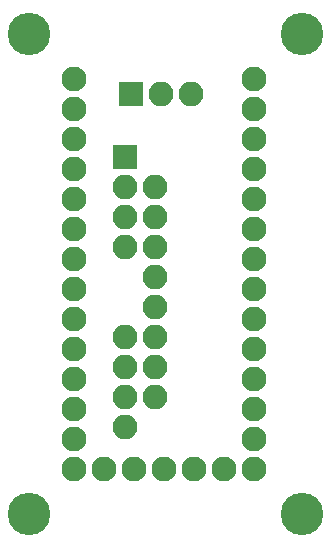
<source format=gbr>
G04 #@! TF.FileFunction,Soldermask,Bot*
%FSLAX46Y46*%
G04 Gerber Fmt 4.6, Leading zero omitted, Abs format (unit mm)*
G04 Created by KiCad (PCBNEW 4.0.6-e0-6349~53~ubuntu14.04.1) date Sun Jun  4 18:24:11 2017*
%MOMM*%
%LPD*%
G01*
G04 APERTURE LIST*
%ADD10C,0.100000*%
%ADD11C,3.600000*%
%ADD12R,2.100000X2.100000*%
%ADD13O,2.100000X2.100000*%
%ADD14C,2.101800*%
G04 APERTURE END LIST*
D10*
D11*
X155702000Y-106680000D03*
X132588000Y-106680000D03*
X132588000Y-66040000D03*
D12*
X141224000Y-71120000D03*
D13*
X143764000Y-71120000D03*
X146304000Y-71120000D03*
D11*
X155702000Y-66040000D03*
D12*
X140716000Y-76454000D03*
D13*
X140716000Y-78994000D03*
X143256000Y-78994000D03*
X140716000Y-81534000D03*
X143256000Y-81534000D03*
X140716000Y-84074000D03*
X143256000Y-84074000D03*
X143256000Y-86614000D03*
X143256000Y-89154000D03*
X140716000Y-91694000D03*
X143256000Y-91694000D03*
X140716000Y-94234000D03*
X143256000Y-94234000D03*
X140716000Y-96774000D03*
X143256000Y-96774000D03*
X140716000Y-99314000D03*
D14*
X151638000Y-72390000D03*
X151638000Y-74930000D03*
X151638000Y-77470000D03*
X151638000Y-80010000D03*
X151638000Y-82550000D03*
X151638000Y-85090000D03*
X151638000Y-87630000D03*
X151638000Y-90170000D03*
X151638000Y-92710000D03*
X151638000Y-95250000D03*
X151638000Y-97790000D03*
X151638000Y-100330000D03*
X151638000Y-102870000D03*
X136398000Y-102870000D03*
X136398000Y-100330000D03*
X136398000Y-97790000D03*
X136398000Y-95250000D03*
X136398000Y-92710000D03*
X136398000Y-90170000D03*
X136398000Y-87630000D03*
X136398000Y-85090000D03*
X136398000Y-82550000D03*
X136398000Y-80010000D03*
X136398000Y-77470000D03*
X136398000Y-74930000D03*
X136398000Y-72390000D03*
X136398000Y-69850000D03*
X151638000Y-69850000D03*
X149098000Y-102870000D03*
X146558000Y-102870000D03*
X144018000Y-102870000D03*
X141478000Y-102870000D03*
X138938000Y-102870000D03*
M02*

</source>
